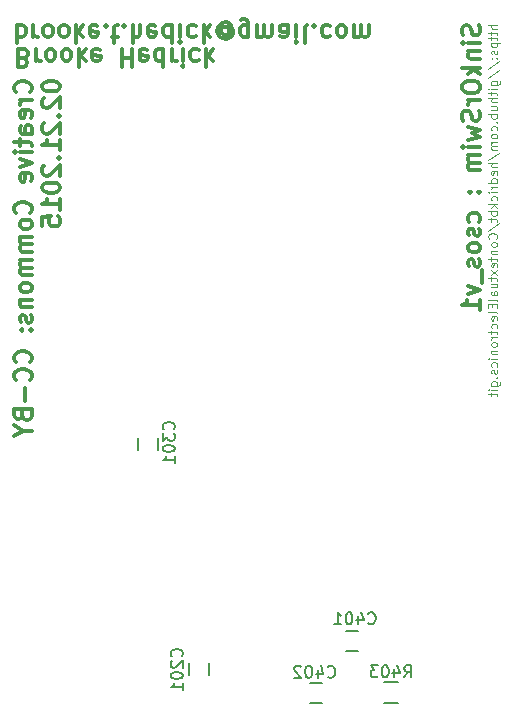
<source format=gbr>
G04 #@! TF.FileFunction,Legend,Bot*
%FSLAX46Y46*%
G04 Gerber Fmt 4.6, Leading zero omitted, Abs format (unit mm)*
G04 Created by KiCad (PCBNEW (2015-01-29 BZR 5396)-product) date 2/25/2015 1:18:36 AM*
%MOMM*%
G01*
G04 APERTURE LIST*
%ADD10C,0.100000*%
%ADD11C,0.300000*%
%ADD12C,0.150000*%
%ADD13R,1.250000X1.500000*%
%ADD14R,1.500000X1.250000*%
%ADD15O,1.501140X2.499360*%
%ADD16C,1.998980*%
%ADD17R,1.500000X1.300000*%
%ADD18C,2.500000*%
%ADD19C,2.600000*%
%ADD20R,2.032000X1.727200*%
%ADD21O,2.032000X1.727200*%
%ADD22R,2.032000X2.032000*%
%ADD23O,2.032000X2.032000*%
%ADD24C,1.200000*%
G04 APERTURE END LIST*
D10*
D11*
X151297714Y-74366286D02*
X151369143Y-74294857D01*
X151440571Y-74080571D01*
X151440571Y-73937714D01*
X151369143Y-73723429D01*
X151226286Y-73580571D01*
X151083429Y-73509143D01*
X150797714Y-73437714D01*
X150583429Y-73437714D01*
X150297714Y-73509143D01*
X150154857Y-73580571D01*
X150012000Y-73723429D01*
X149940571Y-73937714D01*
X149940571Y-74080571D01*
X150012000Y-74294857D01*
X150083429Y-74366286D01*
X151440571Y-75009143D02*
X150440571Y-75009143D01*
X150726286Y-75009143D02*
X150583429Y-75080571D01*
X150512000Y-75152000D01*
X150440571Y-75294857D01*
X150440571Y-75437714D01*
X151369143Y-76509142D02*
X151440571Y-76366285D01*
X151440571Y-76080571D01*
X151369143Y-75937714D01*
X151226286Y-75866285D01*
X150654857Y-75866285D01*
X150512000Y-75937714D01*
X150440571Y-76080571D01*
X150440571Y-76366285D01*
X150512000Y-76509142D01*
X150654857Y-76580571D01*
X150797714Y-76580571D01*
X150940571Y-75866285D01*
X151440571Y-77866285D02*
X150654857Y-77866285D01*
X150512000Y-77794856D01*
X150440571Y-77651999D01*
X150440571Y-77366285D01*
X150512000Y-77223428D01*
X151369143Y-77866285D02*
X151440571Y-77723428D01*
X151440571Y-77366285D01*
X151369143Y-77223428D01*
X151226286Y-77151999D01*
X151083429Y-77151999D01*
X150940571Y-77223428D01*
X150869143Y-77366285D01*
X150869143Y-77723428D01*
X150797714Y-77866285D01*
X150440571Y-78366285D02*
X150440571Y-78937714D01*
X149940571Y-78580571D02*
X151226286Y-78580571D01*
X151369143Y-78651999D01*
X151440571Y-78794857D01*
X151440571Y-78937714D01*
X151440571Y-79437714D02*
X150440571Y-79437714D01*
X149940571Y-79437714D02*
X150012000Y-79366285D01*
X150083429Y-79437714D01*
X150012000Y-79509142D01*
X149940571Y-79437714D01*
X150083429Y-79437714D01*
X150440571Y-80009143D02*
X151440571Y-80366286D01*
X150440571Y-80723428D01*
X151369143Y-81866285D02*
X151440571Y-81723428D01*
X151440571Y-81437714D01*
X151369143Y-81294857D01*
X151226286Y-81223428D01*
X150654857Y-81223428D01*
X150512000Y-81294857D01*
X150440571Y-81437714D01*
X150440571Y-81723428D01*
X150512000Y-81866285D01*
X150654857Y-81937714D01*
X150797714Y-81937714D01*
X150940571Y-81223428D01*
X151297714Y-84580571D02*
X151369143Y-84509142D01*
X151440571Y-84294856D01*
X151440571Y-84151999D01*
X151369143Y-83937714D01*
X151226286Y-83794856D01*
X151083429Y-83723428D01*
X150797714Y-83651999D01*
X150583429Y-83651999D01*
X150297714Y-83723428D01*
X150154857Y-83794856D01*
X150012000Y-83937714D01*
X149940571Y-84151999D01*
X149940571Y-84294856D01*
X150012000Y-84509142D01*
X150083429Y-84580571D01*
X151440571Y-85437714D02*
X151369143Y-85294856D01*
X151297714Y-85223428D01*
X151154857Y-85151999D01*
X150726286Y-85151999D01*
X150583429Y-85223428D01*
X150512000Y-85294856D01*
X150440571Y-85437714D01*
X150440571Y-85651999D01*
X150512000Y-85794856D01*
X150583429Y-85866285D01*
X150726286Y-85937714D01*
X151154857Y-85937714D01*
X151297714Y-85866285D01*
X151369143Y-85794856D01*
X151440571Y-85651999D01*
X151440571Y-85437714D01*
X151440571Y-86580571D02*
X150440571Y-86580571D01*
X150583429Y-86580571D02*
X150512000Y-86651999D01*
X150440571Y-86794857D01*
X150440571Y-87009142D01*
X150512000Y-87151999D01*
X150654857Y-87223428D01*
X151440571Y-87223428D01*
X150654857Y-87223428D02*
X150512000Y-87294857D01*
X150440571Y-87437714D01*
X150440571Y-87651999D01*
X150512000Y-87794857D01*
X150654857Y-87866285D01*
X151440571Y-87866285D01*
X151440571Y-88580571D02*
X150440571Y-88580571D01*
X150583429Y-88580571D02*
X150512000Y-88651999D01*
X150440571Y-88794857D01*
X150440571Y-89009142D01*
X150512000Y-89151999D01*
X150654857Y-89223428D01*
X151440571Y-89223428D01*
X150654857Y-89223428D02*
X150512000Y-89294857D01*
X150440571Y-89437714D01*
X150440571Y-89651999D01*
X150512000Y-89794857D01*
X150654857Y-89866285D01*
X151440571Y-89866285D01*
X151440571Y-90794857D02*
X151369143Y-90651999D01*
X151297714Y-90580571D01*
X151154857Y-90509142D01*
X150726286Y-90509142D01*
X150583429Y-90580571D01*
X150512000Y-90651999D01*
X150440571Y-90794857D01*
X150440571Y-91009142D01*
X150512000Y-91151999D01*
X150583429Y-91223428D01*
X150726286Y-91294857D01*
X151154857Y-91294857D01*
X151297714Y-91223428D01*
X151369143Y-91151999D01*
X151440571Y-91009142D01*
X151440571Y-90794857D01*
X150440571Y-91937714D02*
X151440571Y-91937714D01*
X150583429Y-91937714D02*
X150512000Y-92009142D01*
X150440571Y-92152000D01*
X150440571Y-92366285D01*
X150512000Y-92509142D01*
X150654857Y-92580571D01*
X151440571Y-92580571D01*
X151369143Y-93223428D02*
X151440571Y-93366285D01*
X151440571Y-93652000D01*
X151369143Y-93794857D01*
X151226286Y-93866285D01*
X151154857Y-93866285D01*
X151012000Y-93794857D01*
X150940571Y-93652000D01*
X150940571Y-93437714D01*
X150869143Y-93294857D01*
X150726286Y-93223428D01*
X150654857Y-93223428D01*
X150512000Y-93294857D01*
X150440571Y-93437714D01*
X150440571Y-93652000D01*
X150512000Y-93794857D01*
X151297714Y-94509143D02*
X151369143Y-94580571D01*
X151440571Y-94509143D01*
X151369143Y-94437714D01*
X151297714Y-94509143D01*
X151440571Y-94509143D01*
X150512000Y-94509143D02*
X150583429Y-94580571D01*
X150654857Y-94509143D01*
X150583429Y-94437714D01*
X150512000Y-94509143D01*
X150654857Y-94509143D01*
X151297714Y-97223429D02*
X151369143Y-97152000D01*
X151440571Y-96937714D01*
X151440571Y-96794857D01*
X151369143Y-96580572D01*
X151226286Y-96437714D01*
X151083429Y-96366286D01*
X150797714Y-96294857D01*
X150583429Y-96294857D01*
X150297714Y-96366286D01*
X150154857Y-96437714D01*
X150012000Y-96580572D01*
X149940571Y-96794857D01*
X149940571Y-96937714D01*
X150012000Y-97152000D01*
X150083429Y-97223429D01*
X151297714Y-98723429D02*
X151369143Y-98652000D01*
X151440571Y-98437714D01*
X151440571Y-98294857D01*
X151369143Y-98080572D01*
X151226286Y-97937714D01*
X151083429Y-97866286D01*
X150797714Y-97794857D01*
X150583429Y-97794857D01*
X150297714Y-97866286D01*
X150154857Y-97937714D01*
X150012000Y-98080572D01*
X149940571Y-98294857D01*
X149940571Y-98437714D01*
X150012000Y-98652000D01*
X150083429Y-98723429D01*
X150869143Y-99366286D02*
X150869143Y-100509143D01*
X150654857Y-101723429D02*
X150726286Y-101937715D01*
X150797714Y-102009143D01*
X150940571Y-102080572D01*
X151154857Y-102080572D01*
X151297714Y-102009143D01*
X151369143Y-101937715D01*
X151440571Y-101794857D01*
X151440571Y-101223429D01*
X149940571Y-101223429D01*
X149940571Y-101723429D01*
X150012000Y-101866286D01*
X150083429Y-101937715D01*
X150226286Y-102009143D01*
X150369143Y-102009143D01*
X150512000Y-101937715D01*
X150583429Y-101866286D01*
X150654857Y-101723429D01*
X150654857Y-101223429D01*
X150726286Y-103009143D02*
X151440571Y-103009143D01*
X149940571Y-102509143D02*
X150726286Y-103009143D01*
X149940571Y-103509143D01*
X152340571Y-73794857D02*
X152340571Y-73937714D01*
X152412000Y-74080571D01*
X152483429Y-74152000D01*
X152626286Y-74223429D01*
X152912000Y-74294857D01*
X153269143Y-74294857D01*
X153554857Y-74223429D01*
X153697714Y-74152000D01*
X153769143Y-74080571D01*
X153840571Y-73937714D01*
X153840571Y-73794857D01*
X153769143Y-73652000D01*
X153697714Y-73580571D01*
X153554857Y-73509143D01*
X153269143Y-73437714D01*
X152912000Y-73437714D01*
X152626286Y-73509143D01*
X152483429Y-73580571D01*
X152412000Y-73652000D01*
X152340571Y-73794857D01*
X152483429Y-74866285D02*
X152412000Y-74937714D01*
X152340571Y-75080571D01*
X152340571Y-75437714D01*
X152412000Y-75580571D01*
X152483429Y-75652000D01*
X152626286Y-75723428D01*
X152769143Y-75723428D01*
X152983429Y-75652000D01*
X153840571Y-74794857D01*
X153840571Y-75723428D01*
X153697714Y-76366285D02*
X153769143Y-76437713D01*
X153840571Y-76366285D01*
X153769143Y-76294856D01*
X153697714Y-76366285D01*
X153840571Y-76366285D01*
X152483429Y-77009142D02*
X152412000Y-77080571D01*
X152340571Y-77223428D01*
X152340571Y-77580571D01*
X152412000Y-77723428D01*
X152483429Y-77794857D01*
X152626286Y-77866285D01*
X152769143Y-77866285D01*
X152983429Y-77794857D01*
X153840571Y-76937714D01*
X153840571Y-77866285D01*
X153840571Y-79294856D02*
X153840571Y-78437713D01*
X153840571Y-78866285D02*
X152340571Y-78866285D01*
X152554857Y-78723428D01*
X152697714Y-78580570D01*
X152769143Y-78437713D01*
X153697714Y-79937713D02*
X153769143Y-80009141D01*
X153840571Y-79937713D01*
X153769143Y-79866284D01*
X153697714Y-79937713D01*
X153840571Y-79937713D01*
X152483429Y-80580570D02*
X152412000Y-80651999D01*
X152340571Y-80794856D01*
X152340571Y-81151999D01*
X152412000Y-81294856D01*
X152483429Y-81366285D01*
X152626286Y-81437713D01*
X152769143Y-81437713D01*
X152983429Y-81366285D01*
X153840571Y-80509142D01*
X153840571Y-81437713D01*
X152340571Y-82366284D02*
X152340571Y-82509141D01*
X152412000Y-82651998D01*
X152483429Y-82723427D01*
X152626286Y-82794856D01*
X152912000Y-82866284D01*
X153269143Y-82866284D01*
X153554857Y-82794856D01*
X153697714Y-82723427D01*
X153769143Y-82651998D01*
X153840571Y-82509141D01*
X153840571Y-82366284D01*
X153769143Y-82223427D01*
X153697714Y-82151998D01*
X153554857Y-82080570D01*
X153269143Y-82009141D01*
X152912000Y-82009141D01*
X152626286Y-82080570D01*
X152483429Y-82151998D01*
X152412000Y-82223427D01*
X152340571Y-82366284D01*
X153840571Y-84294855D02*
X153840571Y-83437712D01*
X153840571Y-83866284D02*
X152340571Y-83866284D01*
X152554857Y-83723427D01*
X152697714Y-83580569D01*
X152769143Y-83437712D01*
X152340571Y-85651998D02*
X152340571Y-84937712D01*
X153054857Y-84866283D01*
X152983429Y-84937712D01*
X152912000Y-85080569D01*
X152912000Y-85437712D01*
X152983429Y-85580569D01*
X153054857Y-85651998D01*
X153197714Y-85723426D01*
X153554857Y-85723426D01*
X153697714Y-85651998D01*
X153769143Y-85580569D01*
X153840571Y-85437712D01*
X153840571Y-85080569D01*
X153769143Y-84937712D01*
X153697714Y-84866283D01*
X150207143Y-68663429D02*
X150207143Y-70163429D01*
X150207143Y-69592000D02*
X150350000Y-69663429D01*
X150635714Y-69663429D01*
X150778571Y-69592000D01*
X150850000Y-69520571D01*
X150921429Y-69377714D01*
X150921429Y-68949143D01*
X150850000Y-68806286D01*
X150778571Y-68734857D01*
X150635714Y-68663429D01*
X150350000Y-68663429D01*
X150207143Y-68734857D01*
X151564286Y-68663429D02*
X151564286Y-69663429D01*
X151564286Y-69377714D02*
X151635714Y-69520571D01*
X151707143Y-69592000D01*
X151850000Y-69663429D01*
X151992857Y-69663429D01*
X152707143Y-68663429D02*
X152564285Y-68734857D01*
X152492857Y-68806286D01*
X152421428Y-68949143D01*
X152421428Y-69377714D01*
X152492857Y-69520571D01*
X152564285Y-69592000D01*
X152707143Y-69663429D01*
X152921428Y-69663429D01*
X153064285Y-69592000D01*
X153135714Y-69520571D01*
X153207143Y-69377714D01*
X153207143Y-68949143D01*
X153135714Y-68806286D01*
X153064285Y-68734857D01*
X152921428Y-68663429D01*
X152707143Y-68663429D01*
X154064286Y-68663429D02*
X153921428Y-68734857D01*
X153850000Y-68806286D01*
X153778571Y-68949143D01*
X153778571Y-69377714D01*
X153850000Y-69520571D01*
X153921428Y-69592000D01*
X154064286Y-69663429D01*
X154278571Y-69663429D01*
X154421428Y-69592000D01*
X154492857Y-69520571D01*
X154564286Y-69377714D01*
X154564286Y-68949143D01*
X154492857Y-68806286D01*
X154421428Y-68734857D01*
X154278571Y-68663429D01*
X154064286Y-68663429D01*
X155207143Y-68663429D02*
X155207143Y-70163429D01*
X155350000Y-69234857D02*
X155778571Y-68663429D01*
X155778571Y-69663429D02*
X155207143Y-69092000D01*
X156992857Y-68734857D02*
X156850000Y-68663429D01*
X156564286Y-68663429D01*
X156421429Y-68734857D01*
X156350000Y-68877714D01*
X156350000Y-69449143D01*
X156421429Y-69592000D01*
X156564286Y-69663429D01*
X156850000Y-69663429D01*
X156992857Y-69592000D01*
X157064286Y-69449143D01*
X157064286Y-69306286D01*
X156350000Y-69163429D01*
X157707143Y-68806286D02*
X157778571Y-68734857D01*
X157707143Y-68663429D01*
X157635714Y-68734857D01*
X157707143Y-68806286D01*
X157707143Y-68663429D01*
X158207143Y-69663429D02*
X158778572Y-69663429D01*
X158421429Y-70163429D02*
X158421429Y-68877714D01*
X158492857Y-68734857D01*
X158635715Y-68663429D01*
X158778572Y-68663429D01*
X159278572Y-68806286D02*
X159350000Y-68734857D01*
X159278572Y-68663429D01*
X159207143Y-68734857D01*
X159278572Y-68806286D01*
X159278572Y-68663429D01*
X159992858Y-68663429D02*
X159992858Y-70163429D01*
X160635715Y-68663429D02*
X160635715Y-69449143D01*
X160564286Y-69592000D01*
X160421429Y-69663429D01*
X160207144Y-69663429D01*
X160064286Y-69592000D01*
X159992858Y-69520571D01*
X161921429Y-68734857D02*
X161778572Y-68663429D01*
X161492858Y-68663429D01*
X161350001Y-68734857D01*
X161278572Y-68877714D01*
X161278572Y-69449143D01*
X161350001Y-69592000D01*
X161492858Y-69663429D01*
X161778572Y-69663429D01*
X161921429Y-69592000D01*
X161992858Y-69449143D01*
X161992858Y-69306286D01*
X161278572Y-69163429D01*
X163278572Y-68663429D02*
X163278572Y-70163429D01*
X163278572Y-68734857D02*
X163135715Y-68663429D01*
X162850001Y-68663429D01*
X162707143Y-68734857D01*
X162635715Y-68806286D01*
X162564286Y-68949143D01*
X162564286Y-69377714D01*
X162635715Y-69520571D01*
X162707143Y-69592000D01*
X162850001Y-69663429D01*
X163135715Y-69663429D01*
X163278572Y-69592000D01*
X163992858Y-68663429D02*
X163992858Y-69663429D01*
X163992858Y-70163429D02*
X163921429Y-70092000D01*
X163992858Y-70020571D01*
X164064286Y-70092000D01*
X163992858Y-70163429D01*
X163992858Y-70020571D01*
X165350001Y-68734857D02*
X165207144Y-68663429D01*
X164921430Y-68663429D01*
X164778572Y-68734857D01*
X164707144Y-68806286D01*
X164635715Y-68949143D01*
X164635715Y-69377714D01*
X164707144Y-69520571D01*
X164778572Y-69592000D01*
X164921430Y-69663429D01*
X165207144Y-69663429D01*
X165350001Y-69592000D01*
X165992858Y-68663429D02*
X165992858Y-70163429D01*
X166135715Y-69234857D02*
X166564286Y-68663429D01*
X166564286Y-69663429D02*
X165992858Y-69092000D01*
X168135715Y-69377714D02*
X168064287Y-69449143D01*
X167921430Y-69520571D01*
X167778572Y-69520571D01*
X167635715Y-69449143D01*
X167564287Y-69377714D01*
X167492858Y-69234857D01*
X167492858Y-69092000D01*
X167564287Y-68949143D01*
X167635715Y-68877714D01*
X167778572Y-68806286D01*
X167921430Y-68806286D01*
X168064287Y-68877714D01*
X168135715Y-68949143D01*
X168135715Y-69520571D02*
X168135715Y-68949143D01*
X168207144Y-68877714D01*
X168278572Y-68877714D01*
X168421430Y-68949143D01*
X168492858Y-69092000D01*
X168492858Y-69449143D01*
X168350001Y-69663429D01*
X168135715Y-69806286D01*
X167850001Y-69877714D01*
X167564287Y-69806286D01*
X167350001Y-69663429D01*
X167207144Y-69449143D01*
X167135715Y-69163429D01*
X167207144Y-68877714D01*
X167350001Y-68663429D01*
X167564287Y-68520571D01*
X167850001Y-68449143D01*
X168135715Y-68520571D01*
X168350001Y-68663429D01*
X169778572Y-69663429D02*
X169778572Y-68449143D01*
X169707143Y-68306286D01*
X169635715Y-68234857D01*
X169492858Y-68163429D01*
X169278572Y-68163429D01*
X169135715Y-68234857D01*
X169778572Y-68734857D02*
X169635715Y-68663429D01*
X169350001Y-68663429D01*
X169207143Y-68734857D01*
X169135715Y-68806286D01*
X169064286Y-68949143D01*
X169064286Y-69377714D01*
X169135715Y-69520571D01*
X169207143Y-69592000D01*
X169350001Y-69663429D01*
X169635715Y-69663429D01*
X169778572Y-69592000D01*
X170492858Y-68663429D02*
X170492858Y-69663429D01*
X170492858Y-69520571D02*
X170564286Y-69592000D01*
X170707144Y-69663429D01*
X170921429Y-69663429D01*
X171064286Y-69592000D01*
X171135715Y-69449143D01*
X171135715Y-68663429D01*
X171135715Y-69449143D02*
X171207144Y-69592000D01*
X171350001Y-69663429D01*
X171564286Y-69663429D01*
X171707144Y-69592000D01*
X171778572Y-69449143D01*
X171778572Y-68663429D01*
X173135715Y-68663429D02*
X173135715Y-69449143D01*
X173064286Y-69592000D01*
X172921429Y-69663429D01*
X172635715Y-69663429D01*
X172492858Y-69592000D01*
X173135715Y-68734857D02*
X172992858Y-68663429D01*
X172635715Y-68663429D01*
X172492858Y-68734857D01*
X172421429Y-68877714D01*
X172421429Y-69020571D01*
X172492858Y-69163429D01*
X172635715Y-69234857D01*
X172992858Y-69234857D01*
X173135715Y-69306286D01*
X173850001Y-68663429D02*
X173850001Y-69663429D01*
X173850001Y-70163429D02*
X173778572Y-70092000D01*
X173850001Y-70020571D01*
X173921429Y-70092000D01*
X173850001Y-70163429D01*
X173850001Y-70020571D01*
X174778573Y-68663429D02*
X174635715Y-68734857D01*
X174564287Y-68877714D01*
X174564287Y-70163429D01*
X175350001Y-68806286D02*
X175421429Y-68734857D01*
X175350001Y-68663429D01*
X175278572Y-68734857D01*
X175350001Y-68806286D01*
X175350001Y-68663429D01*
X176707144Y-68734857D02*
X176564287Y-68663429D01*
X176278573Y-68663429D01*
X176135715Y-68734857D01*
X176064287Y-68806286D01*
X175992858Y-68949143D01*
X175992858Y-69377714D01*
X176064287Y-69520571D01*
X176135715Y-69592000D01*
X176278573Y-69663429D01*
X176564287Y-69663429D01*
X176707144Y-69592000D01*
X177564287Y-68663429D02*
X177421429Y-68734857D01*
X177350001Y-68806286D01*
X177278572Y-68949143D01*
X177278572Y-69377714D01*
X177350001Y-69520571D01*
X177421429Y-69592000D01*
X177564287Y-69663429D01*
X177778572Y-69663429D01*
X177921429Y-69592000D01*
X177992858Y-69520571D01*
X178064287Y-69377714D01*
X178064287Y-68949143D01*
X177992858Y-68806286D01*
X177921429Y-68734857D01*
X177778572Y-68663429D01*
X177564287Y-68663429D01*
X178707144Y-68663429D02*
X178707144Y-69663429D01*
X178707144Y-69520571D02*
X178778572Y-69592000D01*
X178921430Y-69663429D01*
X179135715Y-69663429D01*
X179278572Y-69592000D01*
X179350001Y-69449143D01*
X179350001Y-68663429D01*
X179350001Y-69449143D02*
X179421430Y-69592000D01*
X179564287Y-69663429D01*
X179778572Y-69663429D01*
X179921430Y-69592000D01*
X179992858Y-69449143D01*
X179992858Y-68663429D01*
X189329143Y-68700571D02*
X189400571Y-68914857D01*
X189400571Y-69272000D01*
X189329143Y-69414857D01*
X189257714Y-69486286D01*
X189114857Y-69557714D01*
X188972000Y-69557714D01*
X188829143Y-69486286D01*
X188757714Y-69414857D01*
X188686286Y-69272000D01*
X188614857Y-68986286D01*
X188543429Y-68843428D01*
X188472000Y-68772000D01*
X188329143Y-68700571D01*
X188186286Y-68700571D01*
X188043429Y-68772000D01*
X187972000Y-68843428D01*
X187900571Y-68986286D01*
X187900571Y-69343428D01*
X187972000Y-69557714D01*
X189400571Y-70200571D02*
X188400571Y-70200571D01*
X187900571Y-70200571D02*
X187972000Y-70129142D01*
X188043429Y-70200571D01*
X187972000Y-70271999D01*
X187900571Y-70200571D01*
X188043429Y-70200571D01*
X188400571Y-70914857D02*
X189400571Y-70914857D01*
X188543429Y-70914857D02*
X188472000Y-70986285D01*
X188400571Y-71129143D01*
X188400571Y-71343428D01*
X188472000Y-71486285D01*
X188614857Y-71557714D01*
X189400571Y-71557714D01*
X189400571Y-72272000D02*
X187900571Y-72272000D01*
X188829143Y-72414857D02*
X189400571Y-72843428D01*
X188400571Y-72843428D02*
X188972000Y-72272000D01*
X187900571Y-73772000D02*
X187900571Y-74057714D01*
X187972000Y-74200572D01*
X188114857Y-74343429D01*
X188400571Y-74414857D01*
X188900571Y-74414857D01*
X189186286Y-74343429D01*
X189329143Y-74200572D01*
X189400571Y-74057714D01*
X189400571Y-73772000D01*
X189329143Y-73629143D01*
X189186286Y-73486286D01*
X188900571Y-73414857D01*
X188400571Y-73414857D01*
X188114857Y-73486286D01*
X187972000Y-73629143D01*
X187900571Y-73772000D01*
X189400571Y-75057715D02*
X188400571Y-75057715D01*
X188686286Y-75057715D02*
X188543429Y-75129143D01*
X188472000Y-75200572D01*
X188400571Y-75343429D01*
X188400571Y-75486286D01*
X189329143Y-75914857D02*
X189400571Y-76129143D01*
X189400571Y-76486286D01*
X189329143Y-76629143D01*
X189257714Y-76700572D01*
X189114857Y-76772000D01*
X188972000Y-76772000D01*
X188829143Y-76700572D01*
X188757714Y-76629143D01*
X188686286Y-76486286D01*
X188614857Y-76200572D01*
X188543429Y-76057714D01*
X188472000Y-75986286D01*
X188329143Y-75914857D01*
X188186286Y-75914857D01*
X188043429Y-75986286D01*
X187972000Y-76057714D01*
X187900571Y-76200572D01*
X187900571Y-76557714D01*
X187972000Y-76772000D01*
X188400571Y-77272000D02*
X189400571Y-77557714D01*
X188686286Y-77843428D01*
X189400571Y-78129143D01*
X188400571Y-78414857D01*
X189400571Y-78986286D02*
X188400571Y-78986286D01*
X187900571Y-78986286D02*
X187972000Y-78914857D01*
X188043429Y-78986286D01*
X187972000Y-79057714D01*
X187900571Y-78986286D01*
X188043429Y-78986286D01*
X189400571Y-79700572D02*
X188400571Y-79700572D01*
X188543429Y-79700572D02*
X188472000Y-79772000D01*
X188400571Y-79914858D01*
X188400571Y-80129143D01*
X188472000Y-80272000D01*
X188614857Y-80343429D01*
X189400571Y-80343429D01*
X188614857Y-80343429D02*
X188472000Y-80414858D01*
X188400571Y-80557715D01*
X188400571Y-80772000D01*
X188472000Y-80914858D01*
X188614857Y-80986286D01*
X189400571Y-80986286D01*
X189257714Y-82843429D02*
X189329143Y-82914857D01*
X189400571Y-82843429D01*
X189329143Y-82772000D01*
X189257714Y-82843429D01*
X189400571Y-82843429D01*
X188472000Y-82843429D02*
X188543429Y-82914857D01*
X188614857Y-82843429D01*
X188543429Y-82772000D01*
X188472000Y-82843429D01*
X188614857Y-82843429D01*
X189329143Y-85343429D02*
X189400571Y-85200572D01*
X189400571Y-84914858D01*
X189329143Y-84772000D01*
X189257714Y-84700572D01*
X189114857Y-84629143D01*
X188686286Y-84629143D01*
X188543429Y-84700572D01*
X188472000Y-84772000D01*
X188400571Y-84914858D01*
X188400571Y-85200572D01*
X188472000Y-85343429D01*
X189329143Y-85914857D02*
X189400571Y-86057714D01*
X189400571Y-86343429D01*
X189329143Y-86486286D01*
X189186286Y-86557714D01*
X189114857Y-86557714D01*
X188972000Y-86486286D01*
X188900571Y-86343429D01*
X188900571Y-86129143D01*
X188829143Y-85986286D01*
X188686286Y-85914857D01*
X188614857Y-85914857D01*
X188472000Y-85986286D01*
X188400571Y-86129143D01*
X188400571Y-86343429D01*
X188472000Y-86486286D01*
X189400571Y-87414858D02*
X189329143Y-87272000D01*
X189257714Y-87200572D01*
X189114857Y-87129143D01*
X188686286Y-87129143D01*
X188543429Y-87200572D01*
X188472000Y-87272000D01*
X188400571Y-87414858D01*
X188400571Y-87629143D01*
X188472000Y-87772000D01*
X188543429Y-87843429D01*
X188686286Y-87914858D01*
X189114857Y-87914858D01*
X189257714Y-87843429D01*
X189329143Y-87772000D01*
X189400571Y-87629143D01*
X189400571Y-87414858D01*
X189329143Y-88486286D02*
X189400571Y-88629143D01*
X189400571Y-88914858D01*
X189329143Y-89057715D01*
X189186286Y-89129143D01*
X189114857Y-89129143D01*
X188972000Y-89057715D01*
X188900571Y-88914858D01*
X188900571Y-88700572D01*
X188829143Y-88557715D01*
X188686286Y-88486286D01*
X188614857Y-88486286D01*
X188472000Y-88557715D01*
X188400571Y-88700572D01*
X188400571Y-88914858D01*
X188472000Y-89057715D01*
X189543429Y-89414858D02*
X189543429Y-90557715D01*
X188400571Y-90772001D02*
X189400571Y-91129144D01*
X188400571Y-91486286D01*
X189400571Y-92843429D02*
X189400571Y-91986286D01*
X189400571Y-92414858D02*
X187900571Y-92414858D01*
X188114857Y-92272001D01*
X188257714Y-92129143D01*
X188329143Y-91986286D01*
D10*
X190839286Y-68667291D02*
X190089286Y-68667291D01*
X190839286Y-68988720D02*
X190446429Y-68988720D01*
X190375000Y-68953006D01*
X190339286Y-68881577D01*
X190339286Y-68774434D01*
X190375000Y-68703006D01*
X190410714Y-68667291D01*
X190339286Y-69238720D02*
X190339286Y-69524434D01*
X190089286Y-69345862D02*
X190732143Y-69345862D01*
X190803571Y-69381577D01*
X190839286Y-69453005D01*
X190839286Y-69524434D01*
X190339286Y-69667291D02*
X190339286Y-69953005D01*
X190089286Y-69774433D02*
X190732143Y-69774433D01*
X190803571Y-69810148D01*
X190839286Y-69881576D01*
X190839286Y-69953005D01*
X190339286Y-70203004D02*
X191089286Y-70203004D01*
X190375000Y-70203004D02*
X190339286Y-70274433D01*
X190339286Y-70417290D01*
X190375000Y-70488719D01*
X190410714Y-70524433D01*
X190482143Y-70560147D01*
X190696429Y-70560147D01*
X190767857Y-70524433D01*
X190803571Y-70488719D01*
X190839286Y-70417290D01*
X190839286Y-70274433D01*
X190803571Y-70203004D01*
X190803571Y-70845861D02*
X190839286Y-70917290D01*
X190839286Y-71060147D01*
X190803571Y-71131575D01*
X190732143Y-71167290D01*
X190696429Y-71167290D01*
X190625000Y-71131575D01*
X190589286Y-71060147D01*
X190589286Y-70953004D01*
X190553571Y-70881575D01*
X190482143Y-70845861D01*
X190446429Y-70845861D01*
X190375000Y-70881575D01*
X190339286Y-70953004D01*
X190339286Y-71060147D01*
X190375000Y-71131575D01*
X190767857Y-71488718D02*
X190803571Y-71524433D01*
X190839286Y-71488718D01*
X190803571Y-71453004D01*
X190767857Y-71488718D01*
X190839286Y-71488718D01*
X190375000Y-71488718D02*
X190410714Y-71524433D01*
X190446429Y-71488718D01*
X190410714Y-71453004D01*
X190375000Y-71488718D01*
X190446429Y-71488718D01*
X190053571Y-72381576D02*
X191017857Y-71738719D01*
X190053571Y-73167290D02*
X191017857Y-72524433D01*
X190339286Y-73738718D02*
X190946429Y-73738718D01*
X191017857Y-73703004D01*
X191053571Y-73667289D01*
X191089286Y-73595861D01*
X191089286Y-73488718D01*
X191053571Y-73417289D01*
X190803571Y-73738718D02*
X190839286Y-73667289D01*
X190839286Y-73524432D01*
X190803571Y-73453004D01*
X190767857Y-73417289D01*
X190696429Y-73381575D01*
X190482143Y-73381575D01*
X190410714Y-73417289D01*
X190375000Y-73453004D01*
X190339286Y-73524432D01*
X190339286Y-73667289D01*
X190375000Y-73738718D01*
X190839286Y-74095860D02*
X190339286Y-74095860D01*
X190089286Y-74095860D02*
X190125000Y-74060146D01*
X190160714Y-74095860D01*
X190125000Y-74131575D01*
X190089286Y-74095860D01*
X190160714Y-74095860D01*
X190339286Y-74345861D02*
X190339286Y-74631575D01*
X190089286Y-74453003D02*
X190732143Y-74453003D01*
X190803571Y-74488718D01*
X190839286Y-74560146D01*
X190839286Y-74631575D01*
X190839286Y-74881574D02*
X190089286Y-74881574D01*
X190839286Y-75203003D02*
X190446429Y-75203003D01*
X190375000Y-75167289D01*
X190339286Y-75095860D01*
X190339286Y-74988717D01*
X190375000Y-74917289D01*
X190410714Y-74881574D01*
X190339286Y-75881574D02*
X190839286Y-75881574D01*
X190339286Y-75560145D02*
X190732143Y-75560145D01*
X190803571Y-75595860D01*
X190839286Y-75667288D01*
X190839286Y-75774431D01*
X190803571Y-75845860D01*
X190767857Y-75881574D01*
X190839286Y-76238716D02*
X190089286Y-76238716D01*
X190375000Y-76238716D02*
X190339286Y-76310145D01*
X190339286Y-76453002D01*
X190375000Y-76524431D01*
X190410714Y-76560145D01*
X190482143Y-76595859D01*
X190696429Y-76595859D01*
X190767857Y-76560145D01*
X190803571Y-76524431D01*
X190839286Y-76453002D01*
X190839286Y-76310145D01*
X190803571Y-76238716D01*
X190767857Y-76917287D02*
X190803571Y-76953002D01*
X190839286Y-76917287D01*
X190803571Y-76881573D01*
X190767857Y-76917287D01*
X190839286Y-76917287D01*
X190803571Y-77595859D02*
X190839286Y-77524430D01*
X190839286Y-77381573D01*
X190803571Y-77310145D01*
X190767857Y-77274430D01*
X190696429Y-77238716D01*
X190482143Y-77238716D01*
X190410714Y-77274430D01*
X190375000Y-77310145D01*
X190339286Y-77381573D01*
X190339286Y-77524430D01*
X190375000Y-77595859D01*
X190839286Y-78024430D02*
X190803571Y-77953002D01*
X190767857Y-77917287D01*
X190696429Y-77881573D01*
X190482143Y-77881573D01*
X190410714Y-77917287D01*
X190375000Y-77953002D01*
X190339286Y-78024430D01*
X190339286Y-78131573D01*
X190375000Y-78203002D01*
X190410714Y-78238716D01*
X190482143Y-78274430D01*
X190696429Y-78274430D01*
X190767857Y-78238716D01*
X190803571Y-78203002D01*
X190839286Y-78131573D01*
X190839286Y-78024430D01*
X190839286Y-78595858D02*
X190339286Y-78595858D01*
X190410714Y-78595858D02*
X190375000Y-78631573D01*
X190339286Y-78703001D01*
X190339286Y-78810144D01*
X190375000Y-78881573D01*
X190446429Y-78917287D01*
X190839286Y-78917287D01*
X190446429Y-78917287D02*
X190375000Y-78953001D01*
X190339286Y-79024430D01*
X190339286Y-79131573D01*
X190375000Y-79203001D01*
X190446429Y-79238716D01*
X190839286Y-79238716D01*
X190053571Y-80131573D02*
X191017857Y-79488716D01*
X190839286Y-80381572D02*
X190089286Y-80381572D01*
X190839286Y-80703001D02*
X190446429Y-80703001D01*
X190375000Y-80667287D01*
X190339286Y-80595858D01*
X190339286Y-80488715D01*
X190375000Y-80417287D01*
X190410714Y-80381572D01*
X190803571Y-81345858D02*
X190839286Y-81274429D01*
X190839286Y-81131572D01*
X190803571Y-81060143D01*
X190732143Y-81024429D01*
X190446429Y-81024429D01*
X190375000Y-81060143D01*
X190339286Y-81131572D01*
X190339286Y-81274429D01*
X190375000Y-81345858D01*
X190446429Y-81381572D01*
X190517857Y-81381572D01*
X190589286Y-81024429D01*
X190839286Y-82024429D02*
X190089286Y-82024429D01*
X190803571Y-82024429D02*
X190839286Y-81953000D01*
X190839286Y-81810143D01*
X190803571Y-81738715D01*
X190767857Y-81703000D01*
X190696429Y-81667286D01*
X190482143Y-81667286D01*
X190410714Y-81703000D01*
X190375000Y-81738715D01*
X190339286Y-81810143D01*
X190339286Y-81953000D01*
X190375000Y-82024429D01*
X190839286Y-82381571D02*
X190339286Y-82381571D01*
X190482143Y-82381571D02*
X190410714Y-82417286D01*
X190375000Y-82453000D01*
X190339286Y-82524429D01*
X190339286Y-82595857D01*
X190839286Y-82845857D02*
X190339286Y-82845857D01*
X190089286Y-82845857D02*
X190125000Y-82810143D01*
X190160714Y-82845857D01*
X190125000Y-82881572D01*
X190089286Y-82845857D01*
X190160714Y-82845857D01*
X190803571Y-83524429D02*
X190839286Y-83453000D01*
X190839286Y-83310143D01*
X190803571Y-83238715D01*
X190767857Y-83203000D01*
X190696429Y-83167286D01*
X190482143Y-83167286D01*
X190410714Y-83203000D01*
X190375000Y-83238715D01*
X190339286Y-83310143D01*
X190339286Y-83453000D01*
X190375000Y-83524429D01*
X190839286Y-83845857D02*
X190089286Y-83845857D01*
X190553571Y-83917286D02*
X190839286Y-84131572D01*
X190339286Y-84131572D02*
X190625000Y-83845857D01*
X190839286Y-84453000D02*
X190089286Y-84453000D01*
X190375000Y-84453000D02*
X190339286Y-84524429D01*
X190339286Y-84667286D01*
X190375000Y-84738715D01*
X190410714Y-84774429D01*
X190482143Y-84810143D01*
X190696429Y-84810143D01*
X190767857Y-84774429D01*
X190803571Y-84738715D01*
X190839286Y-84667286D01*
X190839286Y-84524429D01*
X190803571Y-84453000D01*
X190339286Y-85024429D02*
X190339286Y-85310143D01*
X190089286Y-85131571D02*
X190732143Y-85131571D01*
X190803571Y-85167286D01*
X190839286Y-85238714D01*
X190839286Y-85310143D01*
X190053571Y-86095857D02*
X191017857Y-85453000D01*
X190767857Y-86774428D02*
X190803571Y-86738714D01*
X190839286Y-86631571D01*
X190839286Y-86560142D01*
X190803571Y-86452999D01*
X190732143Y-86381571D01*
X190660714Y-86345856D01*
X190517857Y-86310142D01*
X190410714Y-86310142D01*
X190267857Y-86345856D01*
X190196429Y-86381571D01*
X190125000Y-86452999D01*
X190089286Y-86560142D01*
X190089286Y-86631571D01*
X190125000Y-86738714D01*
X190160714Y-86774428D01*
X190839286Y-87202999D02*
X190803571Y-87131571D01*
X190767857Y-87095856D01*
X190696429Y-87060142D01*
X190482143Y-87060142D01*
X190410714Y-87095856D01*
X190375000Y-87131571D01*
X190339286Y-87202999D01*
X190339286Y-87310142D01*
X190375000Y-87381571D01*
X190410714Y-87417285D01*
X190482143Y-87452999D01*
X190696429Y-87452999D01*
X190767857Y-87417285D01*
X190803571Y-87381571D01*
X190839286Y-87310142D01*
X190839286Y-87202999D01*
X190339286Y-87774427D02*
X190839286Y-87774427D01*
X190410714Y-87774427D02*
X190375000Y-87810142D01*
X190339286Y-87881570D01*
X190339286Y-87988713D01*
X190375000Y-88060142D01*
X190446429Y-88095856D01*
X190839286Y-88095856D01*
X190339286Y-88345856D02*
X190339286Y-88631570D01*
X190089286Y-88452998D02*
X190732143Y-88452998D01*
X190803571Y-88488713D01*
X190839286Y-88560141D01*
X190839286Y-88631570D01*
X190803571Y-89167284D02*
X190839286Y-89095855D01*
X190839286Y-88952998D01*
X190803571Y-88881569D01*
X190732143Y-88845855D01*
X190446429Y-88845855D01*
X190375000Y-88881569D01*
X190339286Y-88952998D01*
X190339286Y-89095855D01*
X190375000Y-89167284D01*
X190446429Y-89202998D01*
X190517857Y-89202998D01*
X190589286Y-88845855D01*
X190839286Y-89452998D02*
X190339286Y-89845855D01*
X190339286Y-89452998D02*
X190839286Y-89845855D01*
X190339286Y-90024427D02*
X190339286Y-90310141D01*
X190089286Y-90131569D02*
X190732143Y-90131569D01*
X190803571Y-90167284D01*
X190839286Y-90238712D01*
X190839286Y-90310141D01*
X190339286Y-90881569D02*
X190839286Y-90881569D01*
X190339286Y-90560140D02*
X190732143Y-90560140D01*
X190803571Y-90595855D01*
X190839286Y-90667283D01*
X190839286Y-90774426D01*
X190803571Y-90845855D01*
X190767857Y-90881569D01*
X190839286Y-91560140D02*
X190446429Y-91560140D01*
X190375000Y-91524426D01*
X190339286Y-91452997D01*
X190339286Y-91310140D01*
X190375000Y-91238711D01*
X190803571Y-91560140D02*
X190839286Y-91488711D01*
X190839286Y-91310140D01*
X190803571Y-91238711D01*
X190732143Y-91202997D01*
X190660714Y-91202997D01*
X190589286Y-91238711D01*
X190553571Y-91310140D01*
X190553571Y-91488711D01*
X190517857Y-91560140D01*
X190839286Y-92024425D02*
X190803571Y-91952997D01*
X190732143Y-91917282D01*
X190089286Y-91917282D01*
X190446429Y-92310139D02*
X190446429Y-92560139D01*
X190839286Y-92667282D02*
X190839286Y-92310139D01*
X190089286Y-92310139D01*
X190089286Y-92667282D01*
X190839286Y-93095853D02*
X190803571Y-93024425D01*
X190732143Y-92988710D01*
X190089286Y-92988710D01*
X190803571Y-93667282D02*
X190839286Y-93595853D01*
X190839286Y-93452996D01*
X190803571Y-93381567D01*
X190732143Y-93345853D01*
X190446429Y-93345853D01*
X190375000Y-93381567D01*
X190339286Y-93452996D01*
X190339286Y-93595853D01*
X190375000Y-93667282D01*
X190446429Y-93702996D01*
X190517857Y-93702996D01*
X190589286Y-93345853D01*
X190803571Y-94345853D02*
X190839286Y-94274424D01*
X190839286Y-94131567D01*
X190803571Y-94060139D01*
X190767857Y-94024424D01*
X190696429Y-93988710D01*
X190482143Y-93988710D01*
X190410714Y-94024424D01*
X190375000Y-94060139D01*
X190339286Y-94131567D01*
X190339286Y-94274424D01*
X190375000Y-94345853D01*
X190339286Y-94560139D02*
X190339286Y-94845853D01*
X190089286Y-94667281D02*
X190732143Y-94667281D01*
X190803571Y-94702996D01*
X190839286Y-94774424D01*
X190839286Y-94845853D01*
X190839286Y-95095852D02*
X190339286Y-95095852D01*
X190482143Y-95095852D02*
X190410714Y-95131567D01*
X190375000Y-95167281D01*
X190339286Y-95238710D01*
X190339286Y-95310138D01*
X190839286Y-95667281D02*
X190803571Y-95595853D01*
X190767857Y-95560138D01*
X190696429Y-95524424D01*
X190482143Y-95524424D01*
X190410714Y-95560138D01*
X190375000Y-95595853D01*
X190339286Y-95667281D01*
X190339286Y-95774424D01*
X190375000Y-95845853D01*
X190410714Y-95881567D01*
X190482143Y-95917281D01*
X190696429Y-95917281D01*
X190767857Y-95881567D01*
X190803571Y-95845853D01*
X190839286Y-95774424D01*
X190839286Y-95667281D01*
X190339286Y-96238709D02*
X190839286Y-96238709D01*
X190410714Y-96238709D02*
X190375000Y-96274424D01*
X190339286Y-96345852D01*
X190339286Y-96452995D01*
X190375000Y-96524424D01*
X190446429Y-96560138D01*
X190839286Y-96560138D01*
X190839286Y-96917280D02*
X190339286Y-96917280D01*
X190089286Y-96917280D02*
X190125000Y-96881566D01*
X190160714Y-96917280D01*
X190125000Y-96952995D01*
X190089286Y-96917280D01*
X190160714Y-96917280D01*
X190803571Y-97595852D02*
X190839286Y-97524423D01*
X190839286Y-97381566D01*
X190803571Y-97310138D01*
X190767857Y-97274423D01*
X190696429Y-97238709D01*
X190482143Y-97238709D01*
X190410714Y-97274423D01*
X190375000Y-97310138D01*
X190339286Y-97381566D01*
X190339286Y-97524423D01*
X190375000Y-97595852D01*
X190803571Y-97881566D02*
X190839286Y-97952995D01*
X190839286Y-98095852D01*
X190803571Y-98167280D01*
X190732143Y-98202995D01*
X190696429Y-98202995D01*
X190625000Y-98167280D01*
X190589286Y-98095852D01*
X190589286Y-97988709D01*
X190553571Y-97917280D01*
X190482143Y-97881566D01*
X190446429Y-97881566D01*
X190375000Y-97917280D01*
X190339286Y-97988709D01*
X190339286Y-98095852D01*
X190375000Y-98167280D01*
X190767857Y-98524423D02*
X190803571Y-98560138D01*
X190839286Y-98524423D01*
X190803571Y-98488709D01*
X190767857Y-98524423D01*
X190839286Y-98524423D01*
X190339286Y-99202995D02*
X190946429Y-99202995D01*
X191017857Y-99167281D01*
X191053571Y-99131566D01*
X191089286Y-99060138D01*
X191089286Y-98952995D01*
X191053571Y-98881566D01*
X190803571Y-99202995D02*
X190839286Y-99131566D01*
X190839286Y-98988709D01*
X190803571Y-98917281D01*
X190767857Y-98881566D01*
X190696429Y-98845852D01*
X190482143Y-98845852D01*
X190410714Y-98881566D01*
X190375000Y-98917281D01*
X190339286Y-98988709D01*
X190339286Y-99131566D01*
X190375000Y-99202995D01*
X190839286Y-99560137D02*
X190339286Y-99560137D01*
X190089286Y-99560137D02*
X190125000Y-99524423D01*
X190160714Y-99560137D01*
X190125000Y-99595852D01*
X190089286Y-99560137D01*
X190160714Y-99560137D01*
X190339286Y-99810138D02*
X190339286Y-100095852D01*
X190089286Y-99917280D02*
X190732143Y-99917280D01*
X190803571Y-99952995D01*
X190839286Y-100024423D01*
X190839286Y-100095852D01*
D11*
X150781715Y-71481143D02*
X150996001Y-71409714D01*
X151067429Y-71338286D01*
X151138858Y-71195429D01*
X151138858Y-70981143D01*
X151067429Y-70838286D01*
X150996001Y-70766857D01*
X150853143Y-70695429D01*
X150281715Y-70695429D01*
X150281715Y-72195429D01*
X150781715Y-72195429D01*
X150924572Y-72124000D01*
X150996001Y-72052571D01*
X151067429Y-71909714D01*
X151067429Y-71766857D01*
X150996001Y-71624000D01*
X150924572Y-71552571D01*
X150781715Y-71481143D01*
X150281715Y-71481143D01*
X151781715Y-70695429D02*
X151781715Y-71695429D01*
X151781715Y-71409714D02*
X151853143Y-71552571D01*
X151924572Y-71624000D01*
X152067429Y-71695429D01*
X152210286Y-71695429D01*
X152924572Y-70695429D02*
X152781714Y-70766857D01*
X152710286Y-70838286D01*
X152638857Y-70981143D01*
X152638857Y-71409714D01*
X152710286Y-71552571D01*
X152781714Y-71624000D01*
X152924572Y-71695429D01*
X153138857Y-71695429D01*
X153281714Y-71624000D01*
X153353143Y-71552571D01*
X153424572Y-71409714D01*
X153424572Y-70981143D01*
X153353143Y-70838286D01*
X153281714Y-70766857D01*
X153138857Y-70695429D01*
X152924572Y-70695429D01*
X154281715Y-70695429D02*
X154138857Y-70766857D01*
X154067429Y-70838286D01*
X153996000Y-70981143D01*
X153996000Y-71409714D01*
X154067429Y-71552571D01*
X154138857Y-71624000D01*
X154281715Y-71695429D01*
X154496000Y-71695429D01*
X154638857Y-71624000D01*
X154710286Y-71552571D01*
X154781715Y-71409714D01*
X154781715Y-70981143D01*
X154710286Y-70838286D01*
X154638857Y-70766857D01*
X154496000Y-70695429D01*
X154281715Y-70695429D01*
X155424572Y-70695429D02*
X155424572Y-72195429D01*
X155567429Y-71266857D02*
X155996000Y-70695429D01*
X155996000Y-71695429D02*
X155424572Y-71124000D01*
X157210286Y-70766857D02*
X157067429Y-70695429D01*
X156781715Y-70695429D01*
X156638858Y-70766857D01*
X156567429Y-70909714D01*
X156567429Y-71481143D01*
X156638858Y-71624000D01*
X156781715Y-71695429D01*
X157067429Y-71695429D01*
X157210286Y-71624000D01*
X157281715Y-71481143D01*
X157281715Y-71338286D01*
X156567429Y-71195429D01*
X159067429Y-70695429D02*
X159067429Y-72195429D01*
X159067429Y-71481143D02*
X159924572Y-71481143D01*
X159924572Y-70695429D02*
X159924572Y-72195429D01*
X161210286Y-70766857D02*
X161067429Y-70695429D01*
X160781715Y-70695429D01*
X160638858Y-70766857D01*
X160567429Y-70909714D01*
X160567429Y-71481143D01*
X160638858Y-71624000D01*
X160781715Y-71695429D01*
X161067429Y-71695429D01*
X161210286Y-71624000D01*
X161281715Y-71481143D01*
X161281715Y-71338286D01*
X160567429Y-71195429D01*
X162567429Y-70695429D02*
X162567429Y-72195429D01*
X162567429Y-70766857D02*
X162424572Y-70695429D01*
X162138858Y-70695429D01*
X161996000Y-70766857D01*
X161924572Y-70838286D01*
X161853143Y-70981143D01*
X161853143Y-71409714D01*
X161924572Y-71552571D01*
X161996000Y-71624000D01*
X162138858Y-71695429D01*
X162424572Y-71695429D01*
X162567429Y-71624000D01*
X163281715Y-70695429D02*
X163281715Y-71695429D01*
X163281715Y-71409714D02*
X163353143Y-71552571D01*
X163424572Y-71624000D01*
X163567429Y-71695429D01*
X163710286Y-71695429D01*
X164210286Y-70695429D02*
X164210286Y-71695429D01*
X164210286Y-72195429D02*
X164138857Y-72124000D01*
X164210286Y-72052571D01*
X164281714Y-72124000D01*
X164210286Y-72195429D01*
X164210286Y-72052571D01*
X165567429Y-70766857D02*
X165424572Y-70695429D01*
X165138858Y-70695429D01*
X164996000Y-70766857D01*
X164924572Y-70838286D01*
X164853143Y-70981143D01*
X164853143Y-71409714D01*
X164924572Y-71552571D01*
X164996000Y-71624000D01*
X165138858Y-71695429D01*
X165424572Y-71695429D01*
X165567429Y-71624000D01*
X166210286Y-70695429D02*
X166210286Y-72195429D01*
X166353143Y-71266857D02*
X166781714Y-70695429D01*
X166781714Y-71695429D02*
X166210286Y-71124000D01*
D12*
X164758000Y-123690000D02*
X164758000Y-122690000D01*
X166458000Y-122690000D02*
X166458000Y-123690000D01*
X162140000Y-103640000D02*
X162140000Y-104640000D01*
X160440000Y-104640000D02*
X160440000Y-103640000D01*
X179074000Y-121692000D02*
X178074000Y-121692000D01*
X178074000Y-119992000D02*
X179074000Y-119992000D01*
X175014000Y-124372000D02*
X176014000Y-124372000D01*
X176014000Y-126072000D02*
X175014000Y-126072000D01*
X181234000Y-126047000D02*
X182434000Y-126047000D01*
X182434000Y-124297000D02*
X181234000Y-124297000D01*
X164125143Y-122130953D02*
X164172762Y-122083334D01*
X164220381Y-121940477D01*
X164220381Y-121845239D01*
X164172762Y-121702381D01*
X164077524Y-121607143D01*
X163982286Y-121559524D01*
X163791810Y-121511905D01*
X163648952Y-121511905D01*
X163458476Y-121559524D01*
X163363238Y-121607143D01*
X163268000Y-121702381D01*
X163220381Y-121845239D01*
X163220381Y-121940477D01*
X163268000Y-122083334D01*
X163315619Y-122130953D01*
X163315619Y-122511905D02*
X163268000Y-122559524D01*
X163220381Y-122654762D01*
X163220381Y-122892858D01*
X163268000Y-122988096D01*
X163315619Y-123035715D01*
X163410857Y-123083334D01*
X163506095Y-123083334D01*
X163648952Y-123035715D01*
X164220381Y-122464286D01*
X164220381Y-123083334D01*
X163220381Y-123702381D02*
X163220381Y-123797620D01*
X163268000Y-123892858D01*
X163315619Y-123940477D01*
X163410857Y-123988096D01*
X163601333Y-124035715D01*
X163839429Y-124035715D01*
X164029905Y-123988096D01*
X164125143Y-123940477D01*
X164172762Y-123892858D01*
X164220381Y-123797620D01*
X164220381Y-123702381D01*
X164172762Y-123607143D01*
X164125143Y-123559524D01*
X164029905Y-123511905D01*
X163839429Y-123464286D01*
X163601333Y-123464286D01*
X163410857Y-123511905D01*
X163315619Y-123559524D01*
X163268000Y-123607143D01*
X163220381Y-123702381D01*
X164220381Y-124988096D02*
X164220381Y-124416667D01*
X164220381Y-124702381D02*
X163220381Y-124702381D01*
X163363238Y-124607143D01*
X163458476Y-124511905D01*
X163506095Y-124416667D01*
X163451143Y-102912953D02*
X163498762Y-102865334D01*
X163546381Y-102722477D01*
X163546381Y-102627239D01*
X163498762Y-102484381D01*
X163403524Y-102389143D01*
X163308286Y-102341524D01*
X163117810Y-102293905D01*
X162974952Y-102293905D01*
X162784476Y-102341524D01*
X162689238Y-102389143D01*
X162594000Y-102484381D01*
X162546381Y-102627239D01*
X162546381Y-102722477D01*
X162594000Y-102865334D01*
X162641619Y-102912953D01*
X162546381Y-103246286D02*
X162546381Y-103865334D01*
X162927333Y-103532000D01*
X162927333Y-103674858D01*
X162974952Y-103770096D01*
X163022571Y-103817715D01*
X163117810Y-103865334D01*
X163355905Y-103865334D01*
X163451143Y-103817715D01*
X163498762Y-103770096D01*
X163546381Y-103674858D01*
X163546381Y-103389143D01*
X163498762Y-103293905D01*
X163451143Y-103246286D01*
X162546381Y-104484381D02*
X162546381Y-104579620D01*
X162594000Y-104674858D01*
X162641619Y-104722477D01*
X162736857Y-104770096D01*
X162927333Y-104817715D01*
X163165429Y-104817715D01*
X163355905Y-104770096D01*
X163451143Y-104722477D01*
X163498762Y-104674858D01*
X163546381Y-104579620D01*
X163546381Y-104484381D01*
X163498762Y-104389143D01*
X163451143Y-104341524D01*
X163355905Y-104293905D01*
X163165429Y-104246286D01*
X162927333Y-104246286D01*
X162736857Y-104293905D01*
X162641619Y-104341524D01*
X162594000Y-104389143D01*
X162546381Y-104484381D01*
X163546381Y-105770096D02*
X163546381Y-105198667D01*
X163546381Y-105484381D02*
X162546381Y-105484381D01*
X162689238Y-105389143D01*
X162784476Y-105293905D01*
X162832095Y-105198667D01*
X179933047Y-119315143D02*
X179980666Y-119362762D01*
X180123523Y-119410381D01*
X180218761Y-119410381D01*
X180361619Y-119362762D01*
X180456857Y-119267524D01*
X180504476Y-119172286D01*
X180552095Y-118981810D01*
X180552095Y-118838952D01*
X180504476Y-118648476D01*
X180456857Y-118553238D01*
X180361619Y-118458000D01*
X180218761Y-118410381D01*
X180123523Y-118410381D01*
X179980666Y-118458000D01*
X179933047Y-118505619D01*
X179075904Y-118743714D02*
X179075904Y-119410381D01*
X179314000Y-118362762D02*
X179552095Y-119077048D01*
X178933047Y-119077048D01*
X178361619Y-118410381D02*
X178266380Y-118410381D01*
X178171142Y-118458000D01*
X178123523Y-118505619D01*
X178075904Y-118600857D01*
X178028285Y-118791333D01*
X178028285Y-119029429D01*
X178075904Y-119219905D01*
X178123523Y-119315143D01*
X178171142Y-119362762D01*
X178266380Y-119410381D01*
X178361619Y-119410381D01*
X178456857Y-119362762D01*
X178504476Y-119315143D01*
X178552095Y-119219905D01*
X178599714Y-119029429D01*
X178599714Y-118791333D01*
X178552095Y-118600857D01*
X178504476Y-118505619D01*
X178456857Y-118458000D01*
X178361619Y-118410381D01*
X177075904Y-119410381D02*
X177647333Y-119410381D01*
X177361619Y-119410381D02*
X177361619Y-118410381D01*
X177456857Y-118553238D01*
X177552095Y-118648476D01*
X177647333Y-118696095D01*
X176511047Y-123843143D02*
X176558666Y-123890762D01*
X176701523Y-123938381D01*
X176796761Y-123938381D01*
X176939619Y-123890762D01*
X177034857Y-123795524D01*
X177082476Y-123700286D01*
X177130095Y-123509810D01*
X177130095Y-123366952D01*
X177082476Y-123176476D01*
X177034857Y-123081238D01*
X176939619Y-122986000D01*
X176796761Y-122938381D01*
X176701523Y-122938381D01*
X176558666Y-122986000D01*
X176511047Y-123033619D01*
X175653904Y-123271714D02*
X175653904Y-123938381D01*
X175892000Y-122890762D02*
X176130095Y-123605048D01*
X175511047Y-123605048D01*
X174939619Y-122938381D02*
X174844380Y-122938381D01*
X174749142Y-122986000D01*
X174701523Y-123033619D01*
X174653904Y-123128857D01*
X174606285Y-123319333D01*
X174606285Y-123557429D01*
X174653904Y-123747905D01*
X174701523Y-123843143D01*
X174749142Y-123890762D01*
X174844380Y-123938381D01*
X174939619Y-123938381D01*
X175034857Y-123890762D01*
X175082476Y-123843143D01*
X175130095Y-123747905D01*
X175177714Y-123557429D01*
X175177714Y-123319333D01*
X175130095Y-123128857D01*
X175082476Y-123033619D01*
X175034857Y-122986000D01*
X174939619Y-122938381D01*
X174225333Y-123033619D02*
X174177714Y-122986000D01*
X174082476Y-122938381D01*
X173844380Y-122938381D01*
X173749142Y-122986000D01*
X173701523Y-123033619D01*
X173653904Y-123128857D01*
X173653904Y-123224095D01*
X173701523Y-123366952D01*
X174272952Y-123938381D01*
X173653904Y-123938381D01*
X182983047Y-123896381D02*
X183316381Y-123420190D01*
X183554476Y-123896381D02*
X183554476Y-122896381D01*
X183173523Y-122896381D01*
X183078285Y-122944000D01*
X183030666Y-122991619D01*
X182983047Y-123086857D01*
X182983047Y-123229714D01*
X183030666Y-123324952D01*
X183078285Y-123372571D01*
X183173523Y-123420190D01*
X183554476Y-123420190D01*
X182125904Y-123229714D02*
X182125904Y-123896381D01*
X182364000Y-122848762D02*
X182602095Y-123563048D01*
X181983047Y-123563048D01*
X181411619Y-122896381D02*
X181316380Y-122896381D01*
X181221142Y-122944000D01*
X181173523Y-122991619D01*
X181125904Y-123086857D01*
X181078285Y-123277333D01*
X181078285Y-123515429D01*
X181125904Y-123705905D01*
X181173523Y-123801143D01*
X181221142Y-123848762D01*
X181316380Y-123896381D01*
X181411619Y-123896381D01*
X181506857Y-123848762D01*
X181554476Y-123801143D01*
X181602095Y-123705905D01*
X181649714Y-123515429D01*
X181649714Y-123277333D01*
X181602095Y-123086857D01*
X181554476Y-122991619D01*
X181506857Y-122944000D01*
X181411619Y-122896381D01*
X180744952Y-122896381D02*
X180125904Y-122896381D01*
X180459238Y-123277333D01*
X180316380Y-123277333D01*
X180221142Y-123324952D01*
X180173523Y-123372571D01*
X180125904Y-123467810D01*
X180125904Y-123705905D01*
X180173523Y-123801143D01*
X180221142Y-123848762D01*
X180316380Y-123896381D01*
X180602095Y-123896381D01*
X180697333Y-123848762D01*
X180744952Y-123801143D01*
%LPC*%
D13*
X165608000Y-121940000D03*
X165608000Y-124440000D03*
X161290000Y-105390000D03*
X161290000Y-102890000D03*
D14*
X177324000Y-120842000D03*
X179824000Y-120842000D03*
X176764000Y-125222000D03*
X174264000Y-125222000D03*
D15*
X170688000Y-84328000D03*
X168148000Y-84328000D03*
X173228000Y-84328000D03*
D16*
X178280000Y-94680000D03*
X163280000Y-94680000D03*
D17*
X183184000Y-125172000D03*
X180484000Y-125172000D03*
D18*
X157960000Y-80464000D03*
X157960000Y-80464000D03*
X183360000Y-80464000D03*
D19*
X187698000Y-112680000D03*
X187698000Y-107600000D03*
X187698000Y-101250000D03*
X187698000Y-96170000D03*
D20*
X180594000Y-103124000D03*
D21*
X180594000Y-105664000D03*
X180594000Y-108204000D03*
D22*
X173482000Y-91694000D03*
D23*
X170942000Y-91694000D03*
D22*
X173228000Y-88392000D03*
D23*
X175768000Y-88392000D03*
D24*
X152882000Y-104646000D03*
X152882000Y-109726000D03*
X155422000Y-107186000D03*
X152882000Y-118870000D03*
X152882000Y-123950000D03*
X155422000Y-121410000D03*
M02*

</source>
